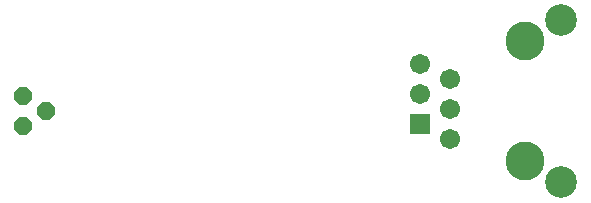
<source format=gbs>
G04 #@! TF.GenerationSoftware,KiCad,Pcbnew,7.0.2*
G04 #@! TF.CreationDate,2024-01-01T15:15:03-07:00*
G04 #@! TF.ProjectId,Temperature Senor Board V2 (2),54656d70-6572-4617-9475-72652053656e,rev?*
G04 #@! TF.SameCoordinates,Original*
G04 #@! TF.FileFunction,Soldermask,Bot*
G04 #@! TF.FilePolarity,Negative*
%FSLAX46Y46*%
G04 Gerber Fmt 4.6, Leading zero omitted, Abs format (unit mm)*
G04 Created by KiCad (PCBNEW 7.0.2) date 2024-01-01 15:15:03*
%MOMM*%
%LPD*%
G01*
G04 APERTURE LIST*
G04 Aperture macros list*
%AMRoundRect*
0 Rectangle with rounded corners*
0 $1 Rounding radius*
0 $2 $3 $4 $5 $6 $7 $8 $9 X,Y pos of 4 corners*
0 Add a 4 corners polygon primitive as box body*
4,1,4,$2,$3,$4,$5,$6,$7,$8,$9,$2,$3,0*
0 Add four circle primitives for the rounded corners*
1,1,$1+$1,$2,$3*
1,1,$1+$1,$4,$5*
1,1,$1+$1,$6,$7*
1,1,$1+$1,$8,$9*
0 Add four rect primitives between the rounded corners*
20,1,$1+$1,$2,$3,$4,$5,0*
20,1,$1+$1,$4,$5,$6,$7,0*
20,1,$1+$1,$6,$7,$8,$9,0*
20,1,$1+$1,$8,$9,$2,$3,0*%
%AMFreePoly0*
4,1,25,0.333266,0.742596,0.345389,0.732242,0.732242,0.345389,0.760749,0.289441,0.762000,0.273547,0.762000,-0.273547,0.742596,-0.333266,0.732242,-0.345389,0.345389,-0.732242,0.289441,-0.760749,0.273547,-0.762000,-0.273547,-0.762000,-0.333266,-0.742596,-0.345389,-0.732242,-0.732242,-0.345389,-0.760749,-0.289441,-0.762000,-0.273547,-0.762000,0.273547,-0.742596,0.333266,-0.732242,0.345389,
-0.345389,0.732242,-0.289441,0.760749,-0.273547,0.762000,0.273547,0.762000,0.333266,0.742596,0.333266,0.742596,$1*%
G04 Aperture macros list end*
%ADD10C,3.300000*%
%ADD11RoundRect,0.101600X0.754000X-0.754000X0.754000X0.754000X-0.754000X0.754000X-0.754000X-0.754000X0*%
%ADD12C,1.711200*%
%ADD13C,2.678200*%
%ADD14FreePoly0,270.000000*%
G04 APERTURE END LIST*
D10*
X167386000Y-93472000D03*
X167386000Y-83312000D03*
D11*
X158496000Y-90292000D03*
D12*
X158496000Y-87752000D03*
X158496000Y-85212000D03*
X161036000Y-91562000D03*
X161036000Y-89022000D03*
X161036000Y-86482000D03*
D13*
X170436000Y-95252000D03*
X170436000Y-81532000D03*
D14*
X124866400Y-87960200D03*
X126771400Y-89230200D03*
X124866400Y-90500200D03*
M02*

</source>
